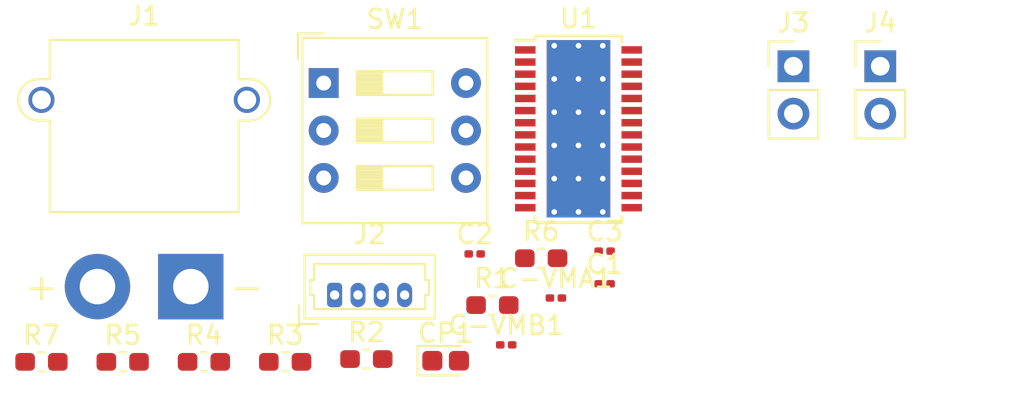
<source format=kicad_pcb>
(kicad_pcb (version 20171130) (host pcbnew "(5.1.5)-3")

  (general
    (thickness 1.6)
    (drawings 0)
    (tracks 0)
    (zones 0)
    (modules 19)
    (nets 24)
  )

  (page A4)
  (layers
    (0 F.Cu signal)
    (31 B.Cu signal)
    (32 B.Adhes user)
    (33 F.Adhes user)
    (34 B.Paste user)
    (35 F.Paste user)
    (36 B.SilkS user)
    (37 F.SilkS user)
    (38 B.Mask user)
    (39 F.Mask user)
    (40 Dwgs.User user)
    (41 Cmts.User user)
    (42 Eco1.User user)
    (43 Eco2.User user)
    (44 Edge.Cuts user)
    (45 Margin user)
    (46 B.CrtYd user)
    (47 F.CrtYd user)
    (48 B.Fab user)
    (49 F.Fab user)
  )

  (setup
    (last_trace_width 0.25)
    (trace_clearance 0.2)
    (zone_clearance 0.508)
    (zone_45_only no)
    (trace_min 0.2)
    (via_size 0.8)
    (via_drill 0.4)
    (via_min_size 0.4)
    (via_min_drill 0.3)
    (uvia_size 0.3)
    (uvia_drill 0.1)
    (uvias_allowed no)
    (uvia_min_size 0.2)
    (uvia_min_drill 0.1)
    (edge_width 0.05)
    (segment_width 0.2)
    (pcb_text_width 0.3)
    (pcb_text_size 1.5 1.5)
    (mod_edge_width 0.12)
    (mod_text_size 1 1)
    (mod_text_width 0.15)
    (pad_size 1.524 1.524)
    (pad_drill 0.762)
    (pad_to_mask_clearance 0.051)
    (solder_mask_min_width 0.25)
    (aux_axis_origin 0 0)
    (visible_elements FFFFFF7F)
    (pcbplotparams
      (layerselection 0x010fc_ffffffff)
      (usegerberextensions false)
      (usegerberattributes false)
      (usegerberadvancedattributes false)
      (creategerberjobfile false)
      (excludeedgelayer true)
      (linewidth 0.100000)
      (plotframeref false)
      (viasonmask false)
      (mode 1)
      (useauxorigin false)
      (hpglpennumber 1)
      (hpglpenspeed 20)
      (hpglpendiameter 15.000000)
      (psnegative false)
      (psa4output false)
      (plotreference true)
      (plotvalue true)
      (plotinvisibletext false)
      (padsonsilk false)
      (subtractmaskfromsilk false)
      (outputformat 1)
      (mirror false)
      (drillshape 1)
      (scaleselection 1)
      (outputdirectory ""))
  )

  (net 0 "")
  (net 1 "Net-(C1-Pad2)")
  (net 2 "Net-(C1-Pad1)")
  (net 3 "Net-(C2-Pad2)")
  (net 4 +12V)
  (net 5 /DRV8825-Digi-Key-Lib/V3P3OUT)
  (net 6 GND)
  (net 7 "Net-(J2-Pad4)")
  (net 8 "Net-(J2-Pad3)")
  (net 9 "Net-(J2-Pad2)")
  (net 10 "Net-(J2-Pad1)")
  (net 11 /DRV8825-Digi-Key-Lib/DIR)
  (net 12 /DRV8825-Digi-Key-Lib/STEP)
  (net 13 +5V)
  (net 14 "Net-(R2-Pad2)")
  (net 15 "Net-(R4-Pad1)")
  (net 16 "Net-(R5-Pad1)")
  (net 17 "Net-(R6-Pad1)")
  (net 18 "Net-(R7-Pad1)")
  (net 19 /DRV8825-Digi-Key-Lib/MS1)
  (net 20 /DRV8825-Digi-Key-Lib/MS2)
  (net 21 "Net-(U1-Pad23)")
  (net 22 "Net-(U1-Pad21)")
  (net 23 "Net-(U1-Pad19)")

  (net_class Default "This is the default net class."
    (clearance 0.2)
    (trace_width 0.25)
    (via_dia 0.8)
    (via_drill 0.4)
    (uvia_dia 0.3)
    (uvia_drill 0.1)
    (add_net +12V)
    (add_net +5V)
    (add_net /DRV8825-Digi-Key-Lib/DIR)
    (add_net /DRV8825-Digi-Key-Lib/MS1)
    (add_net /DRV8825-Digi-Key-Lib/MS2)
    (add_net /DRV8825-Digi-Key-Lib/STEP)
    (add_net /DRV8825-Digi-Key-Lib/V3P3OUT)
    (add_net GND)
    (add_net "Net-(C1-Pad1)")
    (add_net "Net-(C1-Pad2)")
    (add_net "Net-(C2-Pad2)")
    (add_net "Net-(J2-Pad1)")
    (add_net "Net-(J2-Pad2)")
    (add_net "Net-(J2-Pad3)")
    (add_net "Net-(J2-Pad4)")
    (add_net "Net-(R2-Pad2)")
    (add_net "Net-(R4-Pad1)")
    (add_net "Net-(R5-Pad1)")
    (add_net "Net-(R6-Pad1)")
    (add_net "Net-(R7-Pad1)")
    (add_net "Net-(U1-Pad19)")
    (add_net "Net-(U1-Pad21)")
    (add_net "Net-(U1-Pad23)")
  )

  (module Package_SO:HTSSOP-28-1EP_4.4x9.7mm_P0.65mm_EP3.4x9.5mm_ThermalVias (layer F.Cu) (tedit 5A671C1D) (tstamp 5E5E321F)
    (at 119.25 99.65)
    (descr "HTSSOP28: plastic thin shrink small outline package; 28 leads; body width 4.4 mm; thermal pad")
    (tags "TSSOP HTSSOP 0.65 thermal pad")
    (path /5E6AEE8B/5E5BDB2A)
    (attr smd)
    (fp_text reference U1 (at 0 -5.9) (layer F.SilkS)
      (effects (font (size 1 1) (thickness 0.15)))
    )
    (fp_text value DRV8825PWPR (at 0 5.9) (layer F.Fab)
      (effects (font (size 1 1) (thickness 0.15)))
    )
    (fp_text user %R (at 0 0) (layer F.Fab)
      (effects (font (size 0.8 0.8) (thickness 0.15)))
    )
    (fp_line (start -2.325 -4.75) (end -3.4 -4.75) (layer F.SilkS) (width 0.15))
    (fp_line (start -2.325 5.0258) (end 2.325 5.0258) (layer F.SilkS) (width 0.15))
    (fp_line (start -2.325 -4.975) (end 2.325 -4.975) (layer F.SilkS) (width 0.15))
    (fp_line (start -2.325 5.0258) (end -2.325 4.7008) (layer F.SilkS) (width 0.15))
    (fp_line (start 2.325 5.0258) (end 2.325 4.7008) (layer F.SilkS) (width 0.15))
    (fp_line (start 2.325 -4.975) (end 2.325 -4.65) (layer F.SilkS) (width 0.15))
    (fp_line (start -2.325 -4.975) (end -2.325 -4.75) (layer F.SilkS) (width 0.15))
    (fp_line (start -3.65 5.15) (end 3.65 5.15) (layer F.CrtYd) (width 0.05))
    (fp_line (start -3.65 -5.15) (end 3.65 -5.15) (layer F.CrtYd) (width 0.05))
    (fp_line (start 3.65 -5.15) (end 3.65 5.15) (layer F.CrtYd) (width 0.05))
    (fp_line (start -3.65 -5.15) (end -3.65 5.15) (layer F.CrtYd) (width 0.05))
    (fp_line (start -2.2 -3.85) (end -1.2 -4.85) (layer F.Fab) (width 0.15))
    (fp_line (start -2.2 4.85) (end -2.2 -3.85) (layer F.Fab) (width 0.15))
    (fp_line (start 2.2 4.9008) (end -2.2 4.9008) (layer F.Fab) (width 0.15))
    (fp_line (start 2.2 -4.85) (end 2.2 4.85) (layer F.Fab) (width 0.15))
    (fp_line (start -1.2 -4.85) (end 2.2 -4.85) (layer F.Fab) (width 0.15))
    (pad 29 smd rect (at 0 0) (size 3.4 9.5) (layers B.Cu)
      (net 6 GND))
    (pad "" smd rect (at -0.85 3.56) (size 1.4 1.4) (layers F.Paste))
    (pad "" smd rect (at 0.85 3.56) (size 1.4 1.4) (layers F.Paste))
    (pad "" smd rect (at -0.85 1.78) (size 1.4 1.4) (layers F.Paste))
    (pad "" smd rect (at 0.85 1.78) (size 1.4 1.4) (layers F.Paste))
    (pad "" smd rect (at -0.85 0) (size 1.4 1.4) (layers F.Paste))
    (pad "" smd rect (at 0.85 0) (size 1.4 1.4) (layers F.Paste))
    (pad "" smd rect (at -0.85 -1.78) (size 1.4 1.4) (layers F.Paste))
    (pad "" smd rect (at 0.85 -1.78) (size 1.4 1.4) (layers F.Paste))
    (pad "" smd rect (at 0.85 -3.56) (size 1.4 1.4) (layers F.Paste))
    (pad "" smd rect (at -0.85 -3.56) (size 1.4 1.4) (layers F.Paste))
    (pad 29 thru_hole circle (at -1.3 4.45) (size 0.6 0.6) (drill 0.3) (layers *.Cu)
      (net 6 GND))
    (pad 29 thru_hole circle (at 0 4.45) (size 0.6 0.6) (drill 0.3) (layers *.Cu)
      (net 6 GND))
    (pad 29 thru_hole circle (at 1.3 4.45) (size 0.6 0.6) (drill 0.3) (layers *.Cu)
      (net 6 GND))
    (pad 29 thru_hole circle (at -1.3 2.67) (size 0.6 0.6) (drill 0.3) (layers *.Cu)
      (net 6 GND))
    (pad 29 thru_hole circle (at 0 2.67) (size 0.6 0.6) (drill 0.3) (layers *.Cu)
      (net 6 GND))
    (pad 29 thru_hole circle (at 1.3 2.67) (size 0.6 0.6) (drill 0.3) (layers *.Cu)
      (net 6 GND))
    (pad 29 thru_hole circle (at -1.3 0.89) (size 0.6 0.6) (drill 0.3) (layers *.Cu)
      (net 6 GND))
    (pad 29 thru_hole circle (at 0 0.89) (size 0.6 0.6) (drill 0.3) (layers *.Cu)
      (net 6 GND))
    (pad 29 thru_hole circle (at 1.3 0.89) (size 0.6 0.6) (drill 0.3) (layers *.Cu)
      (net 6 GND))
    (pad 29 thru_hole circle (at -1.3 -0.89) (size 0.6 0.6) (drill 0.3) (layers *.Cu)
      (net 6 GND))
    (pad 29 thru_hole circle (at 0 -0.89) (size 0.6 0.6) (drill 0.3) (layers *.Cu)
      (net 6 GND))
    (pad 29 thru_hole circle (at 1.3 -0.89) (size 0.6 0.6) (drill 0.3) (layers *.Cu)
      (net 6 GND))
    (pad 29 thru_hole circle (at -1.3 -2.67) (size 0.6 0.6) (drill 0.3) (layers *.Cu)
      (net 6 GND))
    (pad 29 thru_hole circle (at 0 -2.67) (size 0.6 0.6) (drill 0.3) (layers *.Cu)
      (net 6 GND))
    (pad 29 thru_hole circle (at 1.3 -2.67) (size 0.6 0.6) (drill 0.3) (layers *.Cu)
      (net 6 GND))
    (pad 29 thru_hole circle (at 1.3 -4.45) (size 0.6 0.6) (drill 0.3) (layers *.Cu)
      (net 6 GND))
    (pad 29 thru_hole circle (at 0 -4.45) (size 0.6 0.6) (drill 0.3) (layers *.Cu)
      (net 6 GND))
    (pad 29 thru_hole circle (at -1.3 -4.45) (size 0.6 0.6) (drill 0.3) (layers *.Cu)
      (net 6 GND))
    (pad 29 smd rect (at 0 0) (size 3.4 9.5) (layers F.Cu F.Mask)
      (net 6 GND))
    (pad 28 smd rect (at 2.85 -4.225) (size 1.1 0.4) (layers F.Cu F.Paste F.Mask)
      (net 6 GND))
    (pad 27 smd rect (at 2.85 -3.575) (size 1.1 0.4) (layers F.Cu F.Paste F.Mask)
      (net 18 "Net-(R7-Pad1)"))
    (pad 26 smd rect (at 2.85 -2.925) (size 1.1 0.4) (layers F.Cu F.Paste F.Mask)
      (net 20 /DRV8825-Digi-Key-Lib/MS2))
    (pad 25 smd rect (at 2.85 -2.275) (size 1.1 0.4) (layers F.Cu F.Paste F.Mask)
      (net 20 /DRV8825-Digi-Key-Lib/MS2))
    (pad 24 smd rect (at 2.85 -1.625) (size 1.1 0.4) (layers F.Cu F.Paste F.Mask)
      (net 19 /DRV8825-Digi-Key-Lib/MS1))
    (pad 23 smd rect (at 2.85 -0.975) (size 1.1 0.4) (layers F.Cu F.Paste F.Mask)
      (net 21 "Net-(U1-Pad23)"))
    (pad 22 smd rect (at 2.85 -0.325) (size 1.1 0.4) (layers F.Cu F.Paste F.Mask)
      (net 12 /DRV8825-Digi-Key-Lib/STEP))
    (pad 21 smd rect (at 2.85 0.325) (size 1.1 0.4) (layers F.Cu F.Paste F.Mask)
      (net 22 "Net-(U1-Pad21)"))
    (pad 20 smd rect (at 2.85 0.975) (size 1.1 0.4) (layers F.Cu F.Paste F.Mask)
      (net 11 /DRV8825-Digi-Key-Lib/DIR))
    (pad 19 smd rect (at 2.85 1.625) (size 1.1 0.4) (layers F.Cu F.Paste F.Mask)
      (net 23 "Net-(U1-Pad19)"))
    (pad 18 smd rect (at 2.85 2.275) (size 1.1 0.4) (layers F.Cu F.Paste F.Mask)
      (net 17 "Net-(R6-Pad1)"))
    (pad 17 smd rect (at 2.85 2.925) (size 1.1 0.4) (layers F.Cu F.Paste F.Mask)
      (net 13 +5V))
    (pad 16 smd rect (at 2.85 3.575) (size 1.1 0.4) (layers F.Cu F.Paste F.Mask)
      (net 13 +5V))
    (pad 15 smd rect (at 2.85 4.225) (size 1.1 0.4) (layers F.Cu F.Paste F.Mask)
      (net 5 /DRV8825-Digi-Key-Lib/V3P3OUT))
    (pad 14 smd rect (at -2.85 4.225) (size 1.1 0.4) (layers F.Cu F.Paste F.Mask)
      (net 6 GND))
    (pad 13 smd rect (at -2.85 3.575) (size 1.1 0.4) (layers F.Cu F.Paste F.Mask)
      (net 14 "Net-(R2-Pad2)"))
    (pad 12 smd rect (at -2.85 2.925) (size 1.1 0.4) (layers F.Cu F.Paste F.Mask)
      (net 14 "Net-(R2-Pad2)"))
    (pad 11 smd rect (at -2.85 2.275) (size 1.1 0.4) (layers F.Cu F.Paste F.Mask)
      (net 4 +12V))
    (pad 10 smd rect (at -2.85 1.625) (size 1.1 0.4) (layers F.Cu F.Paste F.Mask)
      (net 9 "Net-(J2-Pad2)"))
    (pad 9 smd rect (at -2.85 0.975) (size 1.1 0.4) (layers F.Cu F.Paste F.Mask)
      (net 16 "Net-(R5-Pad1)"))
    (pad 8 smd rect (at -2.85 0.325) (size 1.1 0.4) (layers F.Cu F.Paste F.Mask)
      (net 10 "Net-(J2-Pad1)"))
    (pad 7 smd rect (at -2.85 -0.325) (size 1.1 0.4) (layers F.Cu F.Paste F.Mask)
      (net 8 "Net-(J2-Pad3)"))
    (pad 6 smd rect (at -2.85 -0.975) (size 1.1 0.4) (layers F.Cu F.Paste F.Mask)
      (net 15 "Net-(R4-Pad1)"))
    (pad 5 smd rect (at -2.85 -1.625) (size 1.1 0.4) (layers F.Cu F.Paste F.Mask)
      (net 7 "Net-(J2-Pad4)"))
    (pad 4 smd rect (at -2.85 -2.275) (size 1.1 0.4) (layers F.Cu F.Paste F.Mask)
      (net 4 +12V))
    (pad 3 smd rect (at -2.85 -2.925) (size 1.1 0.4) (layers F.Cu F.Paste F.Mask)
      (net 3 "Net-(C2-Pad2)"))
    (pad 2 smd rect (at -2.85 -3.575) (size 1.1 0.4) (layers F.Cu F.Paste F.Mask)
      (net 1 "Net-(C1-Pad2)"))
    (pad 1 smd rect (at -2.85 -4.225) (size 1.1 0.4) (layers F.Cu F.Paste F.Mask)
      (net 2 "Net-(C1-Pad1)"))
    (model ${KISYS3DMOD}/Package_SO.3dshapes/HTSSOP-28-1EP_4.4x9.7mm_P0.65mm_EP3.4x9.5mm.wrl
      (at (xyz 0 0 0))
      (scale (xyz 1 1 1))
      (rotate (xyz 0 0 0))
    )
  )

  (module Button_Switch_THT:SW_DIP_SPSTx03_Slide_9.78x9.8mm_W7.62mm_P2.54mm (layer F.Cu) (tedit 5A4E1404) (tstamp 5E5E31D0)
    (at 105.605 97.2)
    (descr "3x-dip-switch SPST , Slide, row spacing 7.62 mm (300 mils), body size 9.78x9.8mm (see e.g. https://www.ctscorp.com/wp-content/uploads/206-208.pdf)")
    (tags "DIP Switch SPST Slide 7.62mm 300mil")
    (path /5E6AEE8B/5E631C4F)
    (fp_text reference SW1 (at 3.81 -3.42) (layer F.SilkS)
      (effects (font (size 1 1) (thickness 0.15)))
    )
    (fp_text value SW_DIP_x03 (at 3.81 8.5) (layer F.Fab)
      (effects (font (size 1 1) (thickness 0.15)))
    )
    (fp_text user on (at 5.365 -1.4975) (layer F.Fab)
      (effects (font (size 0.8 0.8) (thickness 0.12)))
    )
    (fp_text user %R (at 7.27 2.54 90) (layer F.Fab)
      (effects (font (size 0.8 0.8) (thickness 0.12)))
    )
    (fp_line (start 8.95 -2.7) (end -1.35 -2.7) (layer F.CrtYd) (width 0.05))
    (fp_line (start 8.95 7.75) (end 8.95 -2.7) (layer F.CrtYd) (width 0.05))
    (fp_line (start -1.35 7.75) (end 8.95 7.75) (layer F.CrtYd) (width 0.05))
    (fp_line (start -1.35 -2.7) (end -1.35 7.75) (layer F.CrtYd) (width 0.05))
    (fp_line (start 3.133333 4.445) (end 3.133333 5.715) (layer F.SilkS) (width 0.12))
    (fp_line (start 1.78 5.645) (end 3.133333 5.645) (layer F.SilkS) (width 0.12))
    (fp_line (start 1.78 5.525) (end 3.133333 5.525) (layer F.SilkS) (width 0.12))
    (fp_line (start 1.78 5.405) (end 3.133333 5.405) (layer F.SilkS) (width 0.12))
    (fp_line (start 1.78 5.285) (end 3.133333 5.285) (layer F.SilkS) (width 0.12))
    (fp_line (start 1.78 5.165) (end 3.133333 5.165) (layer F.SilkS) (width 0.12))
    (fp_line (start 1.78 5.045) (end 3.133333 5.045) (layer F.SilkS) (width 0.12))
    (fp_line (start 1.78 4.925) (end 3.133333 4.925) (layer F.SilkS) (width 0.12))
    (fp_line (start 1.78 4.805) (end 3.133333 4.805) (layer F.SilkS) (width 0.12))
    (fp_line (start 1.78 4.685) (end 3.133333 4.685) (layer F.SilkS) (width 0.12))
    (fp_line (start 1.78 4.565) (end 3.133333 4.565) (layer F.SilkS) (width 0.12))
    (fp_line (start 5.84 4.445) (end 1.78 4.445) (layer F.SilkS) (width 0.12))
    (fp_line (start 5.84 5.715) (end 5.84 4.445) (layer F.SilkS) (width 0.12))
    (fp_line (start 1.78 5.715) (end 5.84 5.715) (layer F.SilkS) (width 0.12))
    (fp_line (start 1.78 4.445) (end 1.78 5.715) (layer F.SilkS) (width 0.12))
    (fp_line (start 3.133333 1.905) (end 3.133333 3.175) (layer F.SilkS) (width 0.12))
    (fp_line (start 1.78 3.105) (end 3.133333 3.105) (layer F.SilkS) (width 0.12))
    (fp_line (start 1.78 2.985) (end 3.133333 2.985) (layer F.SilkS) (width 0.12))
    (fp_line (start 1.78 2.865) (end 3.133333 2.865) (layer F.SilkS) (width 0.12))
    (fp_line (start 1.78 2.745) (end 3.133333 2.745) (layer F.SilkS) (width 0.12))
    (fp_line (start 1.78 2.625) (end 3.133333 2.625) (layer F.SilkS) (width 0.12))
    (fp_line (start 1.78 2.505) (end 3.133333 2.505) (layer F.SilkS) (width 0.12))
    (fp_line (start 1.78 2.385) (end 3.133333 2.385) (layer F.SilkS) (width 0.12))
    (fp_line (start 1.78 2.265) (end 3.133333 2.265) (layer F.SilkS) (width 0.12))
    (fp_line (start 1.78 2.145) (end 3.133333 2.145) (layer F.SilkS) (width 0.12))
    (fp_line (start 1.78 2.025) (end 3.133333 2.025) (layer F.SilkS) (width 0.12))
    (fp_line (start 5.84 1.905) (end 1.78 1.905) (layer F.SilkS) (width 0.12))
    (fp_line (start 5.84 3.175) (end 5.84 1.905) (layer F.SilkS) (width 0.12))
    (fp_line (start 1.78 3.175) (end 5.84 3.175) (layer F.SilkS) (width 0.12))
    (fp_line (start 1.78 1.905) (end 1.78 3.175) (layer F.SilkS) (width 0.12))
    (fp_line (start 3.133333 -0.635) (end 3.133333 0.635) (layer F.SilkS) (width 0.12))
    (fp_line (start 1.78 0.565) (end 3.133333 0.565) (layer F.SilkS) (width 0.12))
    (fp_line (start 1.78 0.445) (end 3.133333 0.445) (layer F.SilkS) (width 0.12))
    (fp_line (start 1.78 0.325) (end 3.133333 0.325) (layer F.SilkS) (width 0.12))
    (fp_line (start 1.78 0.205) (end 3.133333 0.205) (layer F.SilkS) (width 0.12))
    (fp_line (start 1.78 0.085) (end 3.133333 0.085) (layer F.SilkS) (width 0.12))
    (fp_line (start 1.78 -0.035) (end 3.133333 -0.035) (layer F.SilkS) (width 0.12))
    (fp_line (start 1.78 -0.155) (end 3.133333 -0.155) (layer F.SilkS) (width 0.12))
    (fp_line (start 1.78 -0.275) (end 3.133333 -0.275) (layer F.SilkS) (width 0.12))
    (fp_line (start 1.78 -0.395) (end 3.133333 -0.395) (layer F.SilkS) (width 0.12))
    (fp_line (start 1.78 -0.515) (end 3.133333 -0.515) (layer F.SilkS) (width 0.12))
    (fp_line (start 5.84 -0.635) (end 1.78 -0.635) (layer F.SilkS) (width 0.12))
    (fp_line (start 5.84 0.635) (end 5.84 -0.635) (layer F.SilkS) (width 0.12))
    (fp_line (start 1.78 0.635) (end 5.84 0.635) (layer F.SilkS) (width 0.12))
    (fp_line (start 1.78 -0.635) (end 1.78 0.635) (layer F.SilkS) (width 0.12))
    (fp_line (start -1.38 -2.66) (end -1.38 -1.277) (layer F.SilkS) (width 0.12))
    (fp_line (start -1.38 -2.66) (end 0.004 -2.66) (layer F.SilkS) (width 0.12))
    (fp_line (start 8.76 -2.42) (end 8.76 7.5) (layer F.SilkS) (width 0.12))
    (fp_line (start -1.14 -2.42) (end -1.14 7.5) (layer F.SilkS) (width 0.12))
    (fp_line (start -1.14 7.5) (end 8.76 7.5) (layer F.SilkS) (width 0.12))
    (fp_line (start -1.14 -2.42) (end 8.76 -2.42) (layer F.SilkS) (width 0.12))
    (fp_line (start 3.133333 4.445) (end 3.133333 5.715) (layer F.Fab) (width 0.1))
    (fp_line (start 1.78 5.645) (end 3.133333 5.645) (layer F.Fab) (width 0.1))
    (fp_line (start 1.78 5.545) (end 3.133333 5.545) (layer F.Fab) (width 0.1))
    (fp_line (start 1.78 5.445) (end 3.133333 5.445) (layer F.Fab) (width 0.1))
    (fp_line (start 1.78 5.345) (end 3.133333 5.345) (layer F.Fab) (width 0.1))
    (fp_line (start 1.78 5.245) (end 3.133333 5.245) (layer F.Fab) (width 0.1))
    (fp_line (start 1.78 5.145) (end 3.133333 5.145) (layer F.Fab) (width 0.1))
    (fp_line (start 1.78 5.045) (end 3.133333 5.045) (layer F.Fab) (width 0.1))
    (fp_line (start 1.78 4.945) (end 3.133333 4.945) (layer F.Fab) (width 0.1))
    (fp_line (start 1.78 4.845) (end 3.133333 4.845) (layer F.Fab) (width 0.1))
    (fp_line (start 1.78 4.745) (end 3.133333 4.745) (layer F.Fab) (width 0.1))
    (fp_line (start 1.78 4.645) (end 3.133333 4.645) (layer F.Fab) (width 0.1))
    (fp_line (start 1.78 4.545) (end 3.133333 4.545) (layer F.Fab) (width 0.1))
    (fp_line (start 5.84 4.445) (end 1.78 4.445) (layer F.Fab) (width 0.1))
    (fp_line (start 5.84 5.715) (end 5.84 4.445) (layer F.Fab) (width 0.1))
    (fp_line (start 1.78 5.715) (end 5.84 5.715) (layer F.Fab) (width 0.1))
    (fp_line (start 1.78 4.445) (end 1.78 5.715) (layer F.Fab) (width 0.1))
    (fp_line (start 3.133333 1.905) (end 3.133333 3.175) (layer F.Fab) (width 0.1))
    (fp_line (start 1.78 3.105) (end 3.133333 3.105) (layer F.Fab) (width 0.1))
    (fp_line (start 1.78 3.005) (end 3.133333 3.005) (layer F.Fab) (width 0.1))
    (fp_line (start 1.78 2.905) (end 3.133333 2.905) (layer F.Fab) (width 0.1))
    (fp_line (start 1.78 2.805) (end 3.133333 2.805) (layer F.Fab) (width 0.1))
    (fp_line (start 1.78 2.705) (end 3.133333 2.705) (layer F.Fab) (width 0.1))
    (fp_line (start 1.78 2.605) (end 3.133333 2.605) (layer F.Fab) (width 0.1))
    (fp_line (start 1.78 2.505) (end 3.133333 2.505) (layer F.Fab) (width 0.1))
    (fp_line (start 1.78 2.405) (end 3.133333 2.405) (layer F.Fab) (width 0.1))
    (fp_line (start 1.78 2.305) (end 3.133333 2.305) (layer F.Fab) (width 0.1))
    (fp_line (start 1.78 2.205) (end 3.133333 2.205) (layer F.Fab) (width 0.1))
    (fp_line (start 1.78 2.105) (end 3.133333 2.105) (layer F.Fab) (width 0.1))
    (fp_line (start 1.78 2.005) (end 3.133333 2.005) (layer F.Fab) (width 0.1))
    (fp_line (start 5.84 1.905) (end 1.78 1.905) (layer F.Fab) (width 0.1))
    (fp_line (start 5.84 3.175) (end 5.84 1.905) (layer F.Fab) (width 0.1))
    (fp_line (start 1.78 3.175) (end 5.84 3.175) (layer F.Fab) (width 0.1))
    (fp_line (start 1.78 1.905) (end 1.78 3.175) (layer F.Fab) (width 0.1))
    (fp_line (start 3.133333 -0.635) (end 3.133333 0.635) (layer F.Fab) (width 0.1))
    (fp_line (start 1.78 0.565) (end 3.133333 0.565) (layer F.Fab) (width 0.1))
    (fp_line (start 1.78 0.465) (end 3.133333 0.465) (layer F.Fab) (width 0.1))
    (fp_line (start 1.78 0.365) (end 3.133333 0.365) (layer F.Fab) (width 0.1))
    (fp_line (start 1.78 0.265) (end 3.133333 0.265) (layer F.Fab) (width 0.1))
    (fp_line (start 1.78 0.165) (end 3.133333 0.165) (layer F.Fab) (width 0.1))
    (fp_line (start 1.78 0.065) (end 3.133333 0.065) (layer F.Fab) (width 0.1))
    (fp_line (start 1.78 -0.035) (end 3.133333 -0.035) (layer F.Fab) (width 0.1))
    (fp_line (start 1.78 -0.135) (end 3.133333 -0.135) (layer F.Fab) (width 0.1))
    (fp_line (start 1.78 -0.235) (end 3.133333 -0.235) (layer F.Fab) (width 0.1))
    (fp_line (start 1.78 -0.335) (end 3.133333 -0.335) (layer F.Fab) (width 0.1))
    (fp_line (start 1.78 -0.435) (end 3.133333 -0.435) (layer F.Fab) (width 0.1))
    (fp_line (start 1.78 -0.535) (end 3.133333 -0.535) (layer F.Fab) (width 0.1))
    (fp_line (start 5.84 -0.635) (end 1.78 -0.635) (layer F.Fab) (width 0.1))
    (fp_line (start 5.84 0.635) (end 5.84 -0.635) (layer F.Fab) (width 0.1))
    (fp_line (start 1.78 0.635) (end 5.84 0.635) (layer F.Fab) (width 0.1))
    (fp_line (start 1.78 -0.635) (end 1.78 0.635) (layer F.Fab) (width 0.1))
    (fp_line (start -1.08 -1.36) (end -0.08 -2.36) (layer F.Fab) (width 0.1))
    (fp_line (start -1.08 7.44) (end -1.08 -1.36) (layer F.Fab) (width 0.1))
    (fp_line (start 8.7 7.44) (end -1.08 7.44) (layer F.Fab) (width 0.1))
    (fp_line (start 8.7 -2.36) (end 8.7 7.44) (layer F.Fab) (width 0.1))
    (fp_line (start -0.08 -2.36) (end 8.7 -2.36) (layer F.Fab) (width 0.1))
    (pad 6 thru_hole oval (at 7.62 0) (size 1.6 1.6) (drill 0.8) (layers *.Cu *.Mask)
      (net 19 /DRV8825-Digi-Key-Lib/MS1))
    (pad 3 thru_hole oval (at 0 5.08) (size 1.6 1.6) (drill 0.8) (layers *.Cu *.Mask)
      (net 13 +5V))
    (pad 5 thru_hole oval (at 7.62 2.54) (size 1.6 1.6) (drill 0.8) (layers *.Cu *.Mask)
      (net 20 /DRV8825-Digi-Key-Lib/MS2))
    (pad 2 thru_hole oval (at 0 2.54) (size 1.6 1.6) (drill 0.8) (layers *.Cu *.Mask)
      (net 13 +5V))
    (pad 4 thru_hole oval (at 7.62 5.08) (size 1.6 1.6) (drill 0.8) (layers *.Cu *.Mask)
      (net 20 /DRV8825-Digi-Key-Lib/MS2))
    (pad 1 thru_hole rect (at 0 0) (size 1.6 1.6) (drill 0.8) (layers *.Cu *.Mask)
      (net 13 +5V))
    (model ${KISYS3DMOD}/Button_Switch_THT.3dshapes/SW_DIP_SPSTx03_Slide_9.78x9.8mm_W7.62mm_P2.54mm.wrl
      (at (xyz 0 0 0))
      (scale (xyz 1 1 1))
      (rotate (xyz 0 0 90))
    )
  )

  (module Resistor_SMD:R_0603_1608Metric_Pad1.05x0.95mm_HandSolder (layer F.Cu) (tedit 5B301BBD) (tstamp 5E5E3155)
    (at 90.49 112.13)
    (descr "Resistor SMD 0603 (1608 Metric), square (rectangular) end terminal, IPC_7351 nominal with elongated pad for handsoldering. (Body size source: http://www.tortai-tech.com/upload/download/2011102023233369053.pdf), generated with kicad-footprint-generator")
    (tags "resistor handsolder")
    (path /5E6AEE8B/5E5F31A6)
    (attr smd)
    (fp_text reference R7 (at 0 -1.43) (layer F.SilkS)
      (effects (font (size 1 1) (thickness 0.15)))
    )
    (fp_text value 10K (at 0 1.43) (layer F.Fab)
      (effects (font (size 1 1) (thickness 0.15)))
    )
    (fp_text user %R (at 0 0) (layer F.Fab)
      (effects (font (size 0.4 0.4) (thickness 0.06)))
    )
    (fp_line (start 1.65 0.73) (end -1.65 0.73) (layer F.CrtYd) (width 0.05))
    (fp_line (start 1.65 -0.73) (end 1.65 0.73) (layer F.CrtYd) (width 0.05))
    (fp_line (start -1.65 -0.73) (end 1.65 -0.73) (layer F.CrtYd) (width 0.05))
    (fp_line (start -1.65 0.73) (end -1.65 -0.73) (layer F.CrtYd) (width 0.05))
    (fp_line (start -0.171267 0.51) (end 0.171267 0.51) (layer F.SilkS) (width 0.12))
    (fp_line (start -0.171267 -0.51) (end 0.171267 -0.51) (layer F.SilkS) (width 0.12))
    (fp_line (start 0.8 0.4) (end -0.8 0.4) (layer F.Fab) (width 0.1))
    (fp_line (start 0.8 -0.4) (end 0.8 0.4) (layer F.Fab) (width 0.1))
    (fp_line (start -0.8 -0.4) (end 0.8 -0.4) (layer F.Fab) (width 0.1))
    (fp_line (start -0.8 0.4) (end -0.8 -0.4) (layer F.Fab) (width 0.1))
    (pad 2 smd roundrect (at 0.875 0) (size 1.05 0.95) (layers F.Cu F.Paste F.Mask) (roundrect_rratio 0.25)
      (net 5 /DRV8825-Digi-Key-Lib/V3P3OUT))
    (pad 1 smd roundrect (at -0.875 0) (size 1.05 0.95) (layers F.Cu F.Paste F.Mask) (roundrect_rratio 0.25)
      (net 18 "Net-(R7-Pad1)"))
    (model ${KISYS3DMOD}/Resistor_SMD.3dshapes/R_0603_1608Metric.wrl
      (at (xyz 0 0 0))
      (scale (xyz 1 1 1))
      (rotate (xyz 0 0 0))
    )
  )

  (module Resistor_SMD:R_0603_1608Metric_Pad1.05x0.95mm_HandSolder (layer F.Cu) (tedit 5B301BBD) (tstamp 5E5E3144)
    (at 117.25 106.58)
    (descr "Resistor SMD 0603 (1608 Metric), square (rectangular) end terminal, IPC_7351 nominal with elongated pad for handsoldering. (Body size source: http://www.tortai-tech.com/upload/download/2011102023233369053.pdf), generated with kicad-footprint-generator")
    (tags "resistor handsolder")
    (path /5E6AEE8B/5E5EE5E6)
    (attr smd)
    (fp_text reference R6 (at 0 -1.43) (layer F.SilkS)
      (effects (font (size 1 1) (thickness 0.15)))
    )
    (fp_text value 10K (at 0 1.43) (layer F.Fab)
      (effects (font (size 1 1) (thickness 0.15)))
    )
    (fp_text user %R (at 0 0) (layer F.Fab)
      (effects (font (size 0.4 0.4) (thickness 0.06)))
    )
    (fp_line (start 1.65 0.73) (end -1.65 0.73) (layer F.CrtYd) (width 0.05))
    (fp_line (start 1.65 -0.73) (end 1.65 0.73) (layer F.CrtYd) (width 0.05))
    (fp_line (start -1.65 -0.73) (end 1.65 -0.73) (layer F.CrtYd) (width 0.05))
    (fp_line (start -1.65 0.73) (end -1.65 -0.73) (layer F.CrtYd) (width 0.05))
    (fp_line (start -0.171267 0.51) (end 0.171267 0.51) (layer F.SilkS) (width 0.12))
    (fp_line (start -0.171267 -0.51) (end 0.171267 -0.51) (layer F.SilkS) (width 0.12))
    (fp_line (start 0.8 0.4) (end -0.8 0.4) (layer F.Fab) (width 0.1))
    (fp_line (start 0.8 -0.4) (end 0.8 0.4) (layer F.Fab) (width 0.1))
    (fp_line (start -0.8 -0.4) (end 0.8 -0.4) (layer F.Fab) (width 0.1))
    (fp_line (start -0.8 0.4) (end -0.8 -0.4) (layer F.Fab) (width 0.1))
    (pad 2 smd roundrect (at 0.875 0) (size 1.05 0.95) (layers F.Cu F.Paste F.Mask) (roundrect_rratio 0.25)
      (net 5 /DRV8825-Digi-Key-Lib/V3P3OUT))
    (pad 1 smd roundrect (at -0.875 0) (size 1.05 0.95) (layers F.Cu F.Paste F.Mask) (roundrect_rratio 0.25)
      (net 17 "Net-(R6-Pad1)"))
    (model ${KISYS3DMOD}/Resistor_SMD.3dshapes/R_0603_1608Metric.wrl
      (at (xyz 0 0 0))
      (scale (xyz 1 1 1))
      (rotate (xyz 0 0 0))
    )
  )

  (module Resistor_SMD:R_0603_1608Metric_Pad1.05x0.95mm_HandSolder (layer F.Cu) (tedit 5B301BBD) (tstamp 5E5E3133)
    (at 94.84 112.13)
    (descr "Resistor SMD 0603 (1608 Metric), square (rectangular) end terminal, IPC_7351 nominal with elongated pad for handsoldering. (Body size source: http://www.tortai-tech.com/upload/download/2011102023233369053.pdf), generated with kicad-footprint-generator")
    (tags "resistor handsolder")
    (path /5E6AEE8B/5E5EA247)
    (attr smd)
    (fp_text reference R5 (at 0 -1.43) (layer F.SilkS)
      (effects (font (size 1 1) (thickness 0.15)))
    )
    (fp_text value 200m (at 0 1.43) (layer F.Fab)
      (effects (font (size 1 1) (thickness 0.15)))
    )
    (fp_text user %R (at 0 0) (layer F.Fab)
      (effects (font (size 0.4 0.4) (thickness 0.06)))
    )
    (fp_line (start 1.65 0.73) (end -1.65 0.73) (layer F.CrtYd) (width 0.05))
    (fp_line (start 1.65 -0.73) (end 1.65 0.73) (layer F.CrtYd) (width 0.05))
    (fp_line (start -1.65 -0.73) (end 1.65 -0.73) (layer F.CrtYd) (width 0.05))
    (fp_line (start -1.65 0.73) (end -1.65 -0.73) (layer F.CrtYd) (width 0.05))
    (fp_line (start -0.171267 0.51) (end 0.171267 0.51) (layer F.SilkS) (width 0.12))
    (fp_line (start -0.171267 -0.51) (end 0.171267 -0.51) (layer F.SilkS) (width 0.12))
    (fp_line (start 0.8 0.4) (end -0.8 0.4) (layer F.Fab) (width 0.1))
    (fp_line (start 0.8 -0.4) (end 0.8 0.4) (layer F.Fab) (width 0.1))
    (fp_line (start -0.8 -0.4) (end 0.8 -0.4) (layer F.Fab) (width 0.1))
    (fp_line (start -0.8 0.4) (end -0.8 -0.4) (layer F.Fab) (width 0.1))
    (pad 2 smd roundrect (at 0.875 0) (size 1.05 0.95) (layers F.Cu F.Paste F.Mask) (roundrect_rratio 0.25)
      (net 6 GND))
    (pad 1 smd roundrect (at -0.875 0) (size 1.05 0.95) (layers F.Cu F.Paste F.Mask) (roundrect_rratio 0.25)
      (net 16 "Net-(R5-Pad1)"))
    (model ${KISYS3DMOD}/Resistor_SMD.3dshapes/R_0603_1608Metric.wrl
      (at (xyz 0 0 0))
      (scale (xyz 1 1 1))
      (rotate (xyz 0 0 0))
    )
  )

  (module Resistor_SMD:R_0603_1608Metric_Pad1.05x0.95mm_HandSolder (layer F.Cu) (tedit 5B301BBD) (tstamp 5E5E3122)
    (at 99.19 112.13)
    (descr "Resistor SMD 0603 (1608 Metric), square (rectangular) end terminal, IPC_7351 nominal with elongated pad for handsoldering. (Body size source: http://www.tortai-tech.com/upload/download/2011102023233369053.pdf), generated with kicad-footprint-generator")
    (tags "resistor handsolder")
    (path /5E6AEE8B/5E5E8AA0)
    (attr smd)
    (fp_text reference R4 (at 0 -1.43) (layer F.SilkS)
      (effects (font (size 1 1) (thickness 0.15)))
    )
    (fp_text value 200m (at 0 1.43) (layer F.Fab)
      (effects (font (size 1 1) (thickness 0.15)))
    )
    (fp_text user %R (at 0 0) (layer F.Fab)
      (effects (font (size 0.4 0.4) (thickness 0.06)))
    )
    (fp_line (start 1.65 0.73) (end -1.65 0.73) (layer F.CrtYd) (width 0.05))
    (fp_line (start 1.65 -0.73) (end 1.65 0.73) (layer F.CrtYd) (width 0.05))
    (fp_line (start -1.65 -0.73) (end 1.65 -0.73) (layer F.CrtYd) (width 0.05))
    (fp_line (start -1.65 0.73) (end -1.65 -0.73) (layer F.CrtYd) (width 0.05))
    (fp_line (start -0.171267 0.51) (end 0.171267 0.51) (layer F.SilkS) (width 0.12))
    (fp_line (start -0.171267 -0.51) (end 0.171267 -0.51) (layer F.SilkS) (width 0.12))
    (fp_line (start 0.8 0.4) (end -0.8 0.4) (layer F.Fab) (width 0.1))
    (fp_line (start 0.8 -0.4) (end 0.8 0.4) (layer F.Fab) (width 0.1))
    (fp_line (start -0.8 -0.4) (end 0.8 -0.4) (layer F.Fab) (width 0.1))
    (fp_line (start -0.8 0.4) (end -0.8 -0.4) (layer F.Fab) (width 0.1))
    (pad 2 smd roundrect (at 0.875 0) (size 1.05 0.95) (layers F.Cu F.Paste F.Mask) (roundrect_rratio 0.25)
      (net 6 GND))
    (pad 1 smd roundrect (at -0.875 0) (size 1.05 0.95) (layers F.Cu F.Paste F.Mask) (roundrect_rratio 0.25)
      (net 15 "Net-(R4-Pad1)"))
    (model ${KISYS3DMOD}/Resistor_SMD.3dshapes/R_0603_1608Metric.wrl
      (at (xyz 0 0 0))
      (scale (xyz 1 1 1))
      (rotate (xyz 0 0 0))
    )
  )

  (module Resistor_SMD:R_0603_1608Metric_Pad1.05x0.95mm_HandSolder (layer F.Cu) (tedit 5B301BBD) (tstamp 5E5E3111)
    (at 103.54 112.13)
    (descr "Resistor SMD 0603 (1608 Metric), square (rectangular) end terminal, IPC_7351 nominal with elongated pad for handsoldering. (Body size source: http://www.tortai-tech.com/upload/download/2011102023233369053.pdf), generated with kicad-footprint-generator")
    (tags "resistor handsolder")
    (path /5E6AEE8B/5E5FD16F)
    (attr smd)
    (fp_text reference R3 (at 0 -1.43) (layer F.SilkS)
      (effects (font (size 1 1) (thickness 0.15)))
    )
    (fp_text value 30K (at 0 1.43) (layer F.Fab)
      (effects (font (size 1 1) (thickness 0.15)))
    )
    (fp_text user %R (at 0 0) (layer F.Fab)
      (effects (font (size 0.4 0.4) (thickness 0.06)))
    )
    (fp_line (start 1.65 0.73) (end -1.65 0.73) (layer F.CrtYd) (width 0.05))
    (fp_line (start 1.65 -0.73) (end 1.65 0.73) (layer F.CrtYd) (width 0.05))
    (fp_line (start -1.65 -0.73) (end 1.65 -0.73) (layer F.CrtYd) (width 0.05))
    (fp_line (start -1.65 0.73) (end -1.65 -0.73) (layer F.CrtYd) (width 0.05))
    (fp_line (start -0.171267 0.51) (end 0.171267 0.51) (layer F.SilkS) (width 0.12))
    (fp_line (start -0.171267 -0.51) (end 0.171267 -0.51) (layer F.SilkS) (width 0.12))
    (fp_line (start 0.8 0.4) (end -0.8 0.4) (layer F.Fab) (width 0.1))
    (fp_line (start 0.8 -0.4) (end 0.8 0.4) (layer F.Fab) (width 0.1))
    (fp_line (start -0.8 -0.4) (end 0.8 -0.4) (layer F.Fab) (width 0.1))
    (fp_line (start -0.8 0.4) (end -0.8 -0.4) (layer F.Fab) (width 0.1))
    (pad 2 smd roundrect (at 0.875 0) (size 1.05 0.95) (layers F.Cu F.Paste F.Mask) (roundrect_rratio 0.25)
      (net 6 GND))
    (pad 1 smd roundrect (at -0.875 0) (size 1.05 0.95) (layers F.Cu F.Paste F.Mask) (roundrect_rratio 0.25)
      (net 14 "Net-(R2-Pad2)"))
    (model ${KISYS3DMOD}/Resistor_SMD.3dshapes/R_0603_1608Metric.wrl
      (at (xyz 0 0 0))
      (scale (xyz 1 1 1))
      (rotate (xyz 0 0 0))
    )
  )

  (module Resistor_SMD:R_0603_1608Metric_Pad1.05x0.95mm_HandSolder (layer F.Cu) (tedit 5B301BBD) (tstamp 5E5E3100)
    (at 107.89 111.98)
    (descr "Resistor SMD 0603 (1608 Metric), square (rectangular) end terminal, IPC_7351 nominal with elongated pad for handsoldering. (Body size source: http://www.tortai-tech.com/upload/download/2011102023233369053.pdf), generated with kicad-footprint-generator")
    (tags "resistor handsolder")
    (path /5E6AEE8B/5E5FA975)
    (attr smd)
    (fp_text reference R2 (at 0 -1.43) (layer F.SilkS)
      (effects (font (size 1 1) (thickness 0.15)))
    )
    (fp_text value 50K (at 0 1.43) (layer F.Fab)
      (effects (font (size 1 1) (thickness 0.15)))
    )
    (fp_text user %R (at 0 0) (layer F.Fab)
      (effects (font (size 0.4 0.4) (thickness 0.06)))
    )
    (fp_line (start 1.65 0.73) (end -1.65 0.73) (layer F.CrtYd) (width 0.05))
    (fp_line (start 1.65 -0.73) (end 1.65 0.73) (layer F.CrtYd) (width 0.05))
    (fp_line (start -1.65 -0.73) (end 1.65 -0.73) (layer F.CrtYd) (width 0.05))
    (fp_line (start -1.65 0.73) (end -1.65 -0.73) (layer F.CrtYd) (width 0.05))
    (fp_line (start -0.171267 0.51) (end 0.171267 0.51) (layer F.SilkS) (width 0.12))
    (fp_line (start -0.171267 -0.51) (end 0.171267 -0.51) (layer F.SilkS) (width 0.12))
    (fp_line (start 0.8 0.4) (end -0.8 0.4) (layer F.Fab) (width 0.1))
    (fp_line (start 0.8 -0.4) (end 0.8 0.4) (layer F.Fab) (width 0.1))
    (fp_line (start -0.8 -0.4) (end 0.8 -0.4) (layer F.Fab) (width 0.1))
    (fp_line (start -0.8 0.4) (end -0.8 -0.4) (layer F.Fab) (width 0.1))
    (pad 2 smd roundrect (at 0.875 0) (size 1.05 0.95) (layers F.Cu F.Paste F.Mask) (roundrect_rratio 0.25)
      (net 14 "Net-(R2-Pad2)"))
    (pad 1 smd roundrect (at -0.875 0) (size 1.05 0.95) (layers F.Cu F.Paste F.Mask) (roundrect_rratio 0.25)
      (net 5 /DRV8825-Digi-Key-Lib/V3P3OUT))
    (model ${KISYS3DMOD}/Resistor_SMD.3dshapes/R_0603_1608Metric.wrl
      (at (xyz 0 0 0))
      (scale (xyz 1 1 1))
      (rotate (xyz 0 0 0))
    )
  )

  (module Resistor_SMD:R_0603_1608Metric_Pad1.05x0.95mm_HandSolder (layer F.Cu) (tedit 5B301BBD) (tstamp 5E5E30EF)
    (at 114.64 109.09)
    (descr "Resistor SMD 0603 (1608 Metric), square (rectangular) end terminal, IPC_7351 nominal with elongated pad for handsoldering. (Body size source: http://www.tortai-tech.com/upload/download/2011102023233369053.pdf), generated with kicad-footprint-generator")
    (tags "resistor handsolder")
    (path /5E6AEE8B/5E5CB7B2)
    (attr smd)
    (fp_text reference R1 (at 0 -1.43) (layer F.SilkS)
      (effects (font (size 1 1) (thickness 0.15)))
    )
    (fp_text value 1M (at 0 1.43) (layer F.Fab)
      (effects (font (size 1 1) (thickness 0.15)))
    )
    (fp_text user %R (at 0 0) (layer F.Fab)
      (effects (font (size 0.4 0.4) (thickness 0.06)))
    )
    (fp_line (start 1.65 0.73) (end -1.65 0.73) (layer F.CrtYd) (width 0.05))
    (fp_line (start 1.65 -0.73) (end 1.65 0.73) (layer F.CrtYd) (width 0.05))
    (fp_line (start -1.65 -0.73) (end 1.65 -0.73) (layer F.CrtYd) (width 0.05))
    (fp_line (start -1.65 0.73) (end -1.65 -0.73) (layer F.CrtYd) (width 0.05))
    (fp_line (start -0.171267 0.51) (end 0.171267 0.51) (layer F.SilkS) (width 0.12))
    (fp_line (start -0.171267 -0.51) (end 0.171267 -0.51) (layer F.SilkS) (width 0.12))
    (fp_line (start 0.8 0.4) (end -0.8 0.4) (layer F.Fab) (width 0.1))
    (fp_line (start 0.8 -0.4) (end 0.8 0.4) (layer F.Fab) (width 0.1))
    (fp_line (start -0.8 -0.4) (end 0.8 -0.4) (layer F.Fab) (width 0.1))
    (fp_line (start -0.8 0.4) (end -0.8 -0.4) (layer F.Fab) (width 0.1))
    (pad 2 smd roundrect (at 0.875 0) (size 1.05 0.95) (layers F.Cu F.Paste F.Mask) (roundrect_rratio 0.25)
      (net 3 "Net-(C2-Pad2)"))
    (pad 1 smd roundrect (at -0.875 0) (size 1.05 0.95) (layers F.Cu F.Paste F.Mask) (roundrect_rratio 0.25)
      (net 4 +12V))
    (model ${KISYS3DMOD}/Resistor_SMD.3dshapes/R_0603_1608Metric.wrl
      (at (xyz 0 0 0))
      (scale (xyz 1 1 1))
      (rotate (xyz 0 0 0))
    )
  )

  (module Connector_PinHeader_2.54mm:PinHeader_1x02_P2.54mm_Vertical (layer F.Cu) (tedit 59FED5CC) (tstamp 5E5E30DE)
    (at 135.41 96.3)
    (descr "Through hole straight pin header, 1x02, 2.54mm pitch, single row")
    (tags "Through hole pin header THT 1x02 2.54mm single row")
    (path /5E6BDD2C)
    (fp_text reference J4 (at 0 -2.33) (layer F.SilkS)
      (effects (font (size 1 1) (thickness 0.15)))
    )
    (fp_text value Conn_01x02_Female (at 0 4.87) (layer F.Fab)
      (effects (font (size 1 1) (thickness 0.15)))
    )
    (fp_text user %R (at 0 1.27 90) (layer F.Fab)
      (effects (font (size 1 1) (thickness 0.15)))
    )
    (fp_line (start 1.8 -1.8) (end -1.8 -1.8) (layer F.CrtYd) (width 0.05))
    (fp_line (start 1.8 4.35) (end 1.8 -1.8) (layer F.CrtYd) (width 0.05))
    (fp_line (start -1.8 4.35) (end 1.8 4.35) (layer F.CrtYd) (width 0.05))
    (fp_line (start -1.8 -1.8) (end -1.8 4.35) (layer F.CrtYd) (width 0.05))
    (fp_line (start -1.33 -1.33) (end 0 -1.33) (layer F.SilkS) (width 0.12))
    (fp_line (start -1.33 0) (end -1.33 -1.33) (layer F.SilkS) (width 0.12))
    (fp_line (start -1.33 1.27) (end 1.33 1.27) (layer F.SilkS) (width 0.12))
    (fp_line (start 1.33 1.27) (end 1.33 3.87) (layer F.SilkS) (width 0.12))
    (fp_line (start -1.33 1.27) (end -1.33 3.87) (layer F.SilkS) (width 0.12))
    (fp_line (start -1.33 3.87) (end 1.33 3.87) (layer F.SilkS) (width 0.12))
    (fp_line (start -1.27 -0.635) (end -0.635 -1.27) (layer F.Fab) (width 0.1))
    (fp_line (start -1.27 3.81) (end -1.27 -0.635) (layer F.Fab) (width 0.1))
    (fp_line (start 1.27 3.81) (end -1.27 3.81) (layer F.Fab) (width 0.1))
    (fp_line (start 1.27 -1.27) (end 1.27 3.81) (layer F.Fab) (width 0.1))
    (fp_line (start -0.635 -1.27) (end 1.27 -1.27) (layer F.Fab) (width 0.1))
    (pad 2 thru_hole oval (at 0 2.54) (size 1.7 1.7) (drill 1) (layers *.Cu *.Mask)
      (net 13 +5V))
    (pad 1 thru_hole rect (at 0 0) (size 1.7 1.7) (drill 1) (layers *.Cu *.Mask)
      (net 6 GND))
    (model ${KISYS3DMOD}/Connector_PinHeader_2.54mm.3dshapes/PinHeader_1x02_P2.54mm_Vertical.wrl
      (at (xyz 0 0 0))
      (scale (xyz 1 1 1))
      (rotate (xyz 0 0 0))
    )
  )

  (module Connector_PinHeader_2.54mm:PinHeader_1x02_P2.54mm_Vertical (layer F.Cu) (tedit 59FED5CC) (tstamp 5E5E30C8)
    (at 130.76 96.3)
    (descr "Through hole straight pin header, 1x02, 2.54mm pitch, single row")
    (tags "Through hole pin header THT 1x02 2.54mm single row")
    (path /5E6B6C6A)
    (fp_text reference J3 (at 0 -2.33) (layer F.SilkS)
      (effects (font (size 1 1) (thickness 0.15)))
    )
    (fp_text value Conn_01x02_Female (at 0 4.87) (layer F.Fab)
      (effects (font (size 1 1) (thickness 0.15)))
    )
    (fp_text user %R (at 0 1.27 90) (layer F.Fab)
      (effects (font (size 1 1) (thickness 0.15)))
    )
    (fp_line (start 1.8 -1.8) (end -1.8 -1.8) (layer F.CrtYd) (width 0.05))
    (fp_line (start 1.8 4.35) (end 1.8 -1.8) (layer F.CrtYd) (width 0.05))
    (fp_line (start -1.8 4.35) (end 1.8 4.35) (layer F.CrtYd) (width 0.05))
    (fp_line (start -1.8 -1.8) (end -1.8 4.35) (layer F.CrtYd) (width 0.05))
    (fp_line (start -1.33 -1.33) (end 0 -1.33) (layer F.SilkS) (width 0.12))
    (fp_line (start -1.33 0) (end -1.33 -1.33) (layer F.SilkS) (width 0.12))
    (fp_line (start -1.33 1.27) (end 1.33 1.27) (layer F.SilkS) (width 0.12))
    (fp_line (start 1.33 1.27) (end 1.33 3.87) (layer F.SilkS) (width 0.12))
    (fp_line (start -1.33 1.27) (end -1.33 3.87) (layer F.SilkS) (width 0.12))
    (fp_line (start -1.33 3.87) (end 1.33 3.87) (layer F.SilkS) (width 0.12))
    (fp_line (start -1.27 -0.635) (end -0.635 -1.27) (layer F.Fab) (width 0.1))
    (fp_line (start -1.27 3.81) (end -1.27 -0.635) (layer F.Fab) (width 0.1))
    (fp_line (start 1.27 3.81) (end -1.27 3.81) (layer F.Fab) (width 0.1))
    (fp_line (start 1.27 -1.27) (end 1.27 3.81) (layer F.Fab) (width 0.1))
    (fp_line (start -0.635 -1.27) (end 1.27 -1.27) (layer F.Fab) (width 0.1))
    (pad 2 thru_hole oval (at 0 2.54) (size 1.7 1.7) (drill 1) (layers *.Cu *.Mask)
      (net 11 /DRV8825-Digi-Key-Lib/DIR))
    (pad 1 thru_hole rect (at 0 0) (size 1.7 1.7) (drill 1) (layers *.Cu *.Mask)
      (net 12 /DRV8825-Digi-Key-Lib/STEP))
    (model ${KISYS3DMOD}/Connector_PinHeader_2.54mm.3dshapes/PinHeader_1x02_P2.54mm_Vertical.wrl
      (at (xyz 0 0 0))
      (scale (xyz 1 1 1))
      (rotate (xyz 0 0 0))
    )
  )

  (module Connector_Molex:Molex_PicoBlade_53047-0410_1x04_P1.25mm_Vertical (layer F.Cu) (tedit 5B783167) (tstamp 5E5E30B2)
    (at 106.19 108.55)
    (descr "Molex PicoBlade Connector System, 53047-0410, 4 Pins per row (http://www.molex.com/pdm_docs/sd/530470610_sd.pdf), generated with kicad-footprint-generator")
    (tags "connector Molex PicoBlade side entry")
    (path /5E6AEE8B/5E60B6B4)
    (fp_text reference J2 (at 1.88 -3.25) (layer F.SilkS)
      (effects (font (size 1 1) (thickness 0.15)))
    )
    (fp_text value Conn_01x04_Male (at 1.88 2.35) (layer F.Fab)
      (effects (font (size 1 1) (thickness 0.15)))
    )
    (fp_text user %R (at 1.88 -1.35) (layer F.Fab)
      (effects (font (size 1 1) (thickness 0.15)))
    )
    (fp_line (start 5.75 -2.55) (end -2 -2.55) (layer F.CrtYd) (width 0.05))
    (fp_line (start 5.75 1.65) (end 5.75 -2.55) (layer F.CrtYd) (width 0.05))
    (fp_line (start -2 1.65) (end 5.75 1.65) (layer F.CrtYd) (width 0.05))
    (fp_line (start -2 -2.55) (end -2 1.65) (layer F.CrtYd) (width 0.05))
    (fp_line (start 0 0.442893) (end 0.5 1.15) (layer F.Fab) (width 0.1))
    (fp_line (start -0.5 1.15) (end 0 0.442893) (layer F.Fab) (width 0.1))
    (fp_line (start -1.9 1.55) (end -0.9 1.55) (layer F.SilkS) (width 0.12))
    (fp_line (start -1.9 1.55) (end -1.9 0.55) (layer F.SilkS) (width 0.12))
    (fp_line (start 4.85 -1.65) (end 1.875 -1.65) (layer F.SilkS) (width 0.12))
    (fp_line (start 4.85 -0.8) (end 4.85 -1.65) (layer F.SilkS) (width 0.12))
    (fp_line (start 5.05 -0.8) (end 4.85 -0.8) (layer F.SilkS) (width 0.12))
    (fp_line (start 5.05 0) (end 5.05 -0.8) (layer F.SilkS) (width 0.12))
    (fp_line (start 4.85 0) (end 5.05 0) (layer F.SilkS) (width 0.12))
    (fp_line (start 4.85 0.75) (end 4.85 0) (layer F.SilkS) (width 0.12))
    (fp_line (start 1.875 0.75) (end 4.85 0.75) (layer F.SilkS) (width 0.12))
    (fp_line (start -1.1 -1.65) (end 1.875 -1.65) (layer F.SilkS) (width 0.12))
    (fp_line (start -1.1 -0.8) (end -1.1 -1.65) (layer F.SilkS) (width 0.12))
    (fp_line (start -1.3 -0.8) (end -1.1 -0.8) (layer F.SilkS) (width 0.12))
    (fp_line (start -1.3 0) (end -1.3 -0.8) (layer F.SilkS) (width 0.12))
    (fp_line (start -1.1 0) (end -1.3 0) (layer F.SilkS) (width 0.12))
    (fp_line (start -1.1 0.75) (end -1.1 0) (layer F.SilkS) (width 0.12))
    (fp_line (start 1.875 0.75) (end -1.1 0.75) (layer F.SilkS) (width 0.12))
    (fp_line (start 5.36 -2.16) (end -1.61 -2.16) (layer F.SilkS) (width 0.12))
    (fp_line (start 5.36 1.26) (end 5.36 -2.16) (layer F.SilkS) (width 0.12))
    (fp_line (start -1.61 1.26) (end 5.36 1.26) (layer F.SilkS) (width 0.12))
    (fp_line (start -1.61 -2.16) (end -1.61 1.26) (layer F.SilkS) (width 0.12))
    (fp_line (start 5.25 -2.05) (end -1.5 -2.05) (layer F.Fab) (width 0.1))
    (fp_line (start 5.25 1.15) (end 5.25 -2.05) (layer F.Fab) (width 0.1))
    (fp_line (start -1.5 1.15) (end 5.25 1.15) (layer F.Fab) (width 0.1))
    (fp_line (start -1.5 -2.05) (end -1.5 1.15) (layer F.Fab) (width 0.1))
    (pad 4 thru_hole oval (at 3.75 0) (size 0.8 1.3) (drill 0.5) (layers *.Cu *.Mask)
      (net 7 "Net-(J2-Pad4)"))
    (pad 3 thru_hole oval (at 2.5 0) (size 0.8 1.3) (drill 0.5) (layers *.Cu *.Mask)
      (net 8 "Net-(J2-Pad3)"))
    (pad 2 thru_hole oval (at 1.25 0) (size 0.8 1.3) (drill 0.5) (layers *.Cu *.Mask)
      (net 9 "Net-(J2-Pad2)"))
    (pad 1 thru_hole roundrect (at 0 0) (size 0.8 1.3) (drill 0.5) (layers *.Cu *.Mask) (roundrect_rratio 0.25)
      (net 10 "Net-(J2-Pad1)"))
    (model ${KISYS3DMOD}/Connector_Molex.3dshapes/Molex_PicoBlade_53047-0410_1x04_P1.25mm_Vertical.wrl
      (at (xyz 0 0 0))
      (scale (xyz 1 1 1))
      (rotate (xyz 0 0 0))
    )
  )

  (module Connector_AMASS:AMASS_XT30PW-M_1x02_P2.50mm_Horizontal (layer F.Cu) (tedit 5C8EB279) (tstamp 5E5E308B)
    (at 98.49 108.1)
    (descr "Connector XT30 Horizontal PCB Male, https://www.tme.eu/en/Document/ce4077e36b79046da520ca73227e15de/XT30PW%20SPEC.pdf")
    (tags "RC Connector XT30")
    (path /5E6AEE8B/5E63E330)
    (fp_text reference J1 (at -2.5 -14.5) (layer F.SilkS)
      (effects (font (size 1 1) (thickness 0.15)))
    )
    (fp_text value Conn_Coaxial_Power (at -2.5 3.5) (layer F.Fab)
      (effects (font (size 1 1) (thickness 0.15)))
    )
    (fp_text user + (at -8 0) (layer F.SilkS)
      (effects (font (size 1.5 1.5) (thickness 0.15)))
    )
    (fp_text user - (at 3 0) (layer F.SilkS)
      (effects (font (size 1.5 1.5) (thickness 0.15)))
    )
    (fp_arc (start 3.15 -10) (end 3.15 -8.89) (angle -180) (layer F.SilkS) (width 0.12))
    (fp_arc (start -8.15 -10) (end -8.15 -11.11) (angle -180) (layer F.SilkS) (width 0.12))
    (fp_arc (start -8.15 -10) (end -8.15 -11) (angle -180) (layer F.Fab) (width 0.1))
    (fp_arc (start 3.15 -10) (end 3.15 -9) (angle -180) (layer F.Fab) (width 0.1))
    (fp_line (start 2.56 -13.21) (end 2.56 -11.11) (layer F.SilkS) (width 0.12))
    (fp_line (start -9.65 -13.6) (end 4.65 -13.6) (layer F.CrtYd) (width 0.05))
    (fp_line (start 4.65 -13.6) (end 4.65 2.25) (layer F.CrtYd) (width 0.05))
    (fp_line (start -9.65 2.25) (end 4.65 2.25) (layer F.CrtYd) (width 0.05))
    (fp_line (start -9.65 -13.6) (end -9.65 2.25) (layer F.CrtYd) (width 0.05))
    (fp_line (start -8.15 -8.89) (end -7.56 -8.89) (layer F.SilkS) (width 0.12))
    (fp_line (start -8.15 -11.11) (end -7.56 -11.11) (layer F.SilkS) (width 0.12))
    (fp_line (start 2.56 -11.11) (end 3.15 -11.11) (layer F.SilkS) (width 0.12))
    (fp_line (start 2.56 -8.89) (end 3.15 -8.89) (layer F.SilkS) (width 0.12))
    (fp_line (start -7.45 -9) (end -7.45 -4.1) (layer F.Fab) (width 0.1))
    (fp_line (start 2.45 -9) (end 2.45 -4.1) (layer F.Fab) (width 0.1))
    (fp_line (start -8.15 -9) (end -7.45 -9) (layer F.Fab) (width 0.1))
    (fp_line (start 2.45 -9) (end 3.15 -9) (layer F.Fab) (width 0.1))
    (fp_line (start 2.45 -11) (end 3.15 -11) (layer F.Fab) (width 0.1))
    (fp_line (start -8.15 -11) (end -7.45 -11) (layer F.Fab) (width 0.1))
    (fp_line (start 2.56 -8.89) (end 2.56 -3.99) (layer F.SilkS) (width 0.12))
    (fp_line (start -7.56 -13.21) (end -7.56 -11.11) (layer F.SilkS) (width 0.12))
    (fp_line (start -7.56 -8.89) (end -7.56 -3.99) (layer F.SilkS) (width 0.12))
    (fp_line (start -7.56 -3.99) (end 2.56 -3.99) (layer F.SilkS) (width 0.12))
    (fp_line (start -7.56 -13.21) (end 2.56 -13.21) (layer F.SilkS) (width 0.12))
    (fp_line (start -7.45 -13.1) (end 2.45 -13.1) (layer F.Fab) (width 0.1))
    (fp_line (start -7.45 -4.1) (end 2.45 -4.1) (layer F.Fab) (width 0.1))
    (fp_line (start -7.45 -13.1) (end -7.45 -11) (layer F.Fab) (width 0.1))
    (fp_line (start 2.45 -13.1) (end 2.45 -11) (layer F.Fab) (width 0.1))
    (fp_text user %R (at -2.5 -3) (layer F.Fab)
      (effects (font (size 1 1) (thickness 0.15)))
    )
    (pad 2 thru_hole circle (at -5 0) (size 3.5 3.5) (drill 1.9) (layers *.Cu *.Mask)
      (net 6 GND))
    (pad 1 thru_hole rect (at 0 0) (size 3.5 3.5) (drill 1.9) (layers *.Cu *.Mask)
      (net 4 +12V))
    (pad "" thru_hole circle (at -8 -10) (size 1.4 1.4) (drill 1) (layers *.Cu *.Mask))
    (pad "" thru_hole circle (at 3 -10) (size 1.4 1.4) (drill 1) (layers *.Cu *.Mask))
    (model ${KISYS3DMOD}/Connector_AMASS.3dshapes/AMASS_XT30PW-M_1x02_P2.50mm_Horizontal.wrl
      (at (xyz 0 0 0))
      (scale (xyz 1 1 1))
      (rotate (xyz 0 0 0))
    )
  )

  (module Capacitor_Tantalum_SMD:CP_EIA-1608-08_AVX-J (layer F.Cu) (tedit 5B301BBE) (tstamp 5E5E3064)
    (at 112.135 112.07)
    (descr "Tantalum Capacitor SMD AVX-J (1608-08 Metric), IPC_7351 nominal, (Body size from: https://www.vishay.com/docs/48064/_t58_vmn_pt0471_1601.pdf), generated with kicad-footprint-generator")
    (tags "capacitor tantalum")
    (path /5E6AEE8B/5E64ABEC)
    (attr smd)
    (fp_text reference CP1 (at 0 -1.48) (layer F.SilkS)
      (effects (font (size 1 1) (thickness 0.15)))
    )
    (fp_text value 100uF (at 0 1.48) (layer F.Fab)
      (effects (font (size 1 1) (thickness 0.15)))
    )
    (fp_text user %R (at 0 0) (layer F.Fab)
      (effects (font (size 0.4 0.4) (thickness 0.06)))
    )
    (fp_line (start 1.5 0.78) (end -1.5 0.78) (layer F.CrtYd) (width 0.05))
    (fp_line (start 1.5 -0.78) (end 1.5 0.78) (layer F.CrtYd) (width 0.05))
    (fp_line (start -1.5 -0.78) (end 1.5 -0.78) (layer F.CrtYd) (width 0.05))
    (fp_line (start -1.5 0.78) (end -1.5 -0.78) (layer F.CrtYd) (width 0.05))
    (fp_line (start -1.51 0.785) (end 0.8 0.785) (layer F.SilkS) (width 0.12))
    (fp_line (start -1.51 -0.785) (end -1.51 0.785) (layer F.SilkS) (width 0.12))
    (fp_line (start 0.8 -0.785) (end -1.51 -0.785) (layer F.SilkS) (width 0.12))
    (fp_line (start 0.8 0.425) (end 0.8 -0.425) (layer F.Fab) (width 0.1))
    (fp_line (start -0.8 0.425) (end 0.8 0.425) (layer F.Fab) (width 0.1))
    (fp_line (start -0.8 -0.125) (end -0.8 0.425) (layer F.Fab) (width 0.1))
    (fp_line (start -0.5 -0.425) (end -0.8 -0.125) (layer F.Fab) (width 0.1))
    (fp_line (start 0.8 -0.425) (end -0.5 -0.425) (layer F.Fab) (width 0.1))
    (pad 2 smd roundrect (at 0.7125 0) (size 1.075 1.05) (layers F.Cu F.Paste F.Mask) (roundrect_rratio 0.238095)
      (net 6 GND))
    (pad 1 smd roundrect (at -0.7125 0) (size 1.075 1.05) (layers F.Cu F.Paste F.Mask) (roundrect_rratio 0.238095)
      (net 4 +12V))
    (model ${KISYS3DMOD}/Capacitor_Tantalum_SMD.3dshapes/CP_EIA-1608-08_AVX-J.wrl
      (at (xyz 0 0 0))
      (scale (xyz 1 1 1))
      (rotate (xyz 0 0 0))
    )
  )

  (module Capacitor_SMD:C_0201_0603Metric (layer F.Cu) (tedit 5B301BBE) (tstamp 5E5E3051)
    (at 115.38 111.22)
    (descr "Capacitor SMD 0201 (0603 Metric), square (rectangular) end terminal, IPC_7351 nominal, (Body size source: https://www.vishay.com/docs/20052/crcw0201e3.pdf), generated with kicad-footprint-generator")
    (tags capacitor)
    (path /5E6AEE8B/5E61E3FE)
    (attr smd)
    (fp_text reference C-VMB1 (at 0 -1.05) (layer F.SilkS)
      (effects (font (size 1 1) (thickness 0.15)))
    )
    (fp_text value 0.1uF (at 0 1.05) (layer F.Fab)
      (effects (font (size 1 1) (thickness 0.15)))
    )
    (fp_text user %R (at 0 -0.68) (layer F.Fab)
      (effects (font (size 0.25 0.25) (thickness 0.04)))
    )
    (fp_line (start 0.7 0.35) (end -0.7 0.35) (layer F.CrtYd) (width 0.05))
    (fp_line (start 0.7 -0.35) (end 0.7 0.35) (layer F.CrtYd) (width 0.05))
    (fp_line (start -0.7 -0.35) (end 0.7 -0.35) (layer F.CrtYd) (width 0.05))
    (fp_line (start -0.7 0.35) (end -0.7 -0.35) (layer F.CrtYd) (width 0.05))
    (fp_line (start 0.3 0.15) (end -0.3 0.15) (layer F.Fab) (width 0.1))
    (fp_line (start 0.3 -0.15) (end 0.3 0.15) (layer F.Fab) (width 0.1))
    (fp_line (start -0.3 -0.15) (end 0.3 -0.15) (layer F.Fab) (width 0.1))
    (fp_line (start -0.3 0.15) (end -0.3 -0.15) (layer F.Fab) (width 0.1))
    (pad 2 smd roundrect (at 0.32 0) (size 0.46 0.4) (layers F.Cu F.Mask) (roundrect_rratio 0.25)
      (net 4 +12V))
    (pad 1 smd roundrect (at -0.32 0) (size 0.46 0.4) (layers F.Cu F.Mask) (roundrect_rratio 0.25)
      (net 6 GND))
    (pad "" smd roundrect (at 0.345 0) (size 0.318 0.36) (layers F.Paste) (roundrect_rratio 0.25))
    (pad "" smd roundrect (at -0.345 0) (size 0.318 0.36) (layers F.Paste) (roundrect_rratio 0.25))
    (model ${KISYS3DMOD}/Capacitor_SMD.3dshapes/C_0201_0603Metric.wrl
      (at (xyz 0 0 0))
      (scale (xyz 1 1 1))
      (rotate (xyz 0 0 0))
    )
  )

  (module Capacitor_SMD:C_0201_0603Metric (layer F.Cu) (tedit 5B301BBE) (tstamp 5E5E3040)
    (at 118.04 108.71)
    (descr "Capacitor SMD 0201 (0603 Metric), square (rectangular) end terminal, IPC_7351 nominal, (Body size source: https://www.vishay.com/docs/20052/crcw0201e3.pdf), generated with kicad-footprint-generator")
    (tags capacitor)
    (path /5E6AEE8B/5E6128D6)
    (attr smd)
    (fp_text reference C-VMA1 (at 0 -1.05) (layer F.SilkS)
      (effects (font (size 1 1) (thickness 0.15)))
    )
    (fp_text value 0.1uF (at 0 1.05) (layer F.Fab)
      (effects (font (size 1 1) (thickness 0.15)))
    )
    (fp_text user %R (at 0 -0.68) (layer F.Fab)
      (effects (font (size 0.25 0.25) (thickness 0.04)))
    )
    (fp_line (start 0.7 0.35) (end -0.7 0.35) (layer F.CrtYd) (width 0.05))
    (fp_line (start 0.7 -0.35) (end 0.7 0.35) (layer F.CrtYd) (width 0.05))
    (fp_line (start -0.7 -0.35) (end 0.7 -0.35) (layer F.CrtYd) (width 0.05))
    (fp_line (start -0.7 0.35) (end -0.7 -0.35) (layer F.CrtYd) (width 0.05))
    (fp_line (start 0.3 0.15) (end -0.3 0.15) (layer F.Fab) (width 0.1))
    (fp_line (start 0.3 -0.15) (end 0.3 0.15) (layer F.Fab) (width 0.1))
    (fp_line (start -0.3 -0.15) (end 0.3 -0.15) (layer F.Fab) (width 0.1))
    (fp_line (start -0.3 0.15) (end -0.3 -0.15) (layer F.Fab) (width 0.1))
    (pad 2 smd roundrect (at 0.32 0) (size 0.46 0.4) (layers F.Cu F.Mask) (roundrect_rratio 0.25)
      (net 4 +12V))
    (pad 1 smd roundrect (at -0.32 0) (size 0.46 0.4) (layers F.Cu F.Mask) (roundrect_rratio 0.25)
      (net 6 GND))
    (pad "" smd roundrect (at 0.345 0) (size 0.318 0.36) (layers F.Paste) (roundrect_rratio 0.25))
    (pad "" smd roundrect (at -0.345 0) (size 0.318 0.36) (layers F.Paste) (roundrect_rratio 0.25))
    (model ${KISYS3DMOD}/Capacitor_SMD.3dshapes/C_0201_0603Metric.wrl
      (at (xyz 0 0 0))
      (scale (xyz 1 1 1))
      (rotate (xyz 0 0 0))
    )
  )

  (module Capacitor_SMD:C_0201_0603Metric (layer F.Cu) (tedit 5B301BBE) (tstamp 5E5E302F)
    (at 120.65 106.2)
    (descr "Capacitor SMD 0201 (0603 Metric), square (rectangular) end terminal, IPC_7351 nominal, (Body size source: https://www.vishay.com/docs/20052/crcw0201e3.pdf), generated with kicad-footprint-generator")
    (tags capacitor)
    (path /5E6AEE8B/5E5D2788)
    (attr smd)
    (fp_text reference C3 (at 0 -1.05) (layer F.SilkS)
      (effects (font (size 1 1) (thickness 0.15)))
    )
    (fp_text value 0.47uF (at 0 1.05) (layer F.Fab)
      (effects (font (size 1 1) (thickness 0.15)))
    )
    (fp_text user %R (at 0 -0.68) (layer F.Fab)
      (effects (font (size 0.25 0.25) (thickness 0.04)))
    )
    (fp_line (start 0.7 0.35) (end -0.7 0.35) (layer F.CrtYd) (width 0.05))
    (fp_line (start 0.7 -0.35) (end 0.7 0.35) (layer F.CrtYd) (width 0.05))
    (fp_line (start -0.7 -0.35) (end 0.7 -0.35) (layer F.CrtYd) (width 0.05))
    (fp_line (start -0.7 0.35) (end -0.7 -0.35) (layer F.CrtYd) (width 0.05))
    (fp_line (start 0.3 0.15) (end -0.3 0.15) (layer F.Fab) (width 0.1))
    (fp_line (start 0.3 -0.15) (end 0.3 0.15) (layer F.Fab) (width 0.1))
    (fp_line (start -0.3 -0.15) (end 0.3 -0.15) (layer F.Fab) (width 0.1))
    (fp_line (start -0.3 0.15) (end -0.3 -0.15) (layer F.Fab) (width 0.1))
    (pad 2 smd roundrect (at 0.32 0) (size 0.46 0.4) (layers F.Cu F.Mask) (roundrect_rratio 0.25)
      (net 5 /DRV8825-Digi-Key-Lib/V3P3OUT))
    (pad 1 smd roundrect (at -0.32 0) (size 0.46 0.4) (layers F.Cu F.Mask) (roundrect_rratio 0.25)
      (net 6 GND))
    (pad "" smd roundrect (at 0.345 0) (size 0.318 0.36) (layers F.Paste) (roundrect_rratio 0.25))
    (pad "" smd roundrect (at -0.345 0) (size 0.318 0.36) (layers F.Paste) (roundrect_rratio 0.25))
    (model ${KISYS3DMOD}/Capacitor_SMD.3dshapes/C_0201_0603Metric.wrl
      (at (xyz 0 0 0))
      (scale (xyz 1 1 1))
      (rotate (xyz 0 0 0))
    )
  )

  (module Capacitor_SMD:C_0201_0603Metric (layer F.Cu) (tedit 5B301BBE) (tstamp 5E5E301E)
    (at 113.69 106.35)
    (descr "Capacitor SMD 0201 (0603 Metric), square (rectangular) end terminal, IPC_7351 nominal, (Body size source: https://www.vishay.com/docs/20052/crcw0201e3.pdf), generated with kicad-footprint-generator")
    (tags capacitor)
    (path /5E6AEE8B/5E5DA2EF)
    (attr smd)
    (fp_text reference C2 (at 0 -1.05) (layer F.SilkS)
      (effects (font (size 1 1) (thickness 0.15)))
    )
    (fp_text value 0.1uF (at 0 1.05) (layer F.Fab)
      (effects (font (size 1 1) (thickness 0.15)))
    )
    (fp_text user %R (at 0 -0.68) (layer F.Fab)
      (effects (font (size 0.25 0.25) (thickness 0.04)))
    )
    (fp_line (start 0.7 0.35) (end -0.7 0.35) (layer F.CrtYd) (width 0.05))
    (fp_line (start 0.7 -0.35) (end 0.7 0.35) (layer F.CrtYd) (width 0.05))
    (fp_line (start -0.7 -0.35) (end 0.7 -0.35) (layer F.CrtYd) (width 0.05))
    (fp_line (start -0.7 0.35) (end -0.7 -0.35) (layer F.CrtYd) (width 0.05))
    (fp_line (start 0.3 0.15) (end -0.3 0.15) (layer F.Fab) (width 0.1))
    (fp_line (start 0.3 -0.15) (end 0.3 0.15) (layer F.Fab) (width 0.1))
    (fp_line (start -0.3 -0.15) (end 0.3 -0.15) (layer F.Fab) (width 0.1))
    (fp_line (start -0.3 0.15) (end -0.3 -0.15) (layer F.Fab) (width 0.1))
    (pad 2 smd roundrect (at 0.32 0) (size 0.46 0.4) (layers F.Cu F.Mask) (roundrect_rratio 0.25)
      (net 3 "Net-(C2-Pad2)"))
    (pad 1 smd roundrect (at -0.32 0) (size 0.46 0.4) (layers F.Cu F.Mask) (roundrect_rratio 0.25)
      (net 4 +12V))
    (pad "" smd roundrect (at 0.345 0) (size 0.318 0.36) (layers F.Paste) (roundrect_rratio 0.25))
    (pad "" smd roundrect (at -0.345 0) (size 0.318 0.36) (layers F.Paste) (roundrect_rratio 0.25))
    (model ${KISYS3DMOD}/Capacitor_SMD.3dshapes/C_0201_0603Metric.wrl
      (at (xyz 0 0 0))
      (scale (xyz 1 1 1))
      (rotate (xyz 0 0 0))
    )
  )

  (module Capacitor_SMD:C_0201_0603Metric (layer F.Cu) (tedit 5B301BBE) (tstamp 5E5E300D)
    (at 120.65 107.95)
    (descr "Capacitor SMD 0201 (0603 Metric), square (rectangular) end terminal, IPC_7351 nominal, (Body size source: https://www.vishay.com/docs/20052/crcw0201e3.pdf), generated with kicad-footprint-generator")
    (tags capacitor)
    (path /5E6AEE8B/5E5E742C)
    (attr smd)
    (fp_text reference C1 (at 0 -1.05) (layer F.SilkS)
      (effects (font (size 1 1) (thickness 0.15)))
    )
    (fp_text value 0.01uF (at 0 1.05) (layer F.Fab)
      (effects (font (size 1 1) (thickness 0.15)))
    )
    (fp_text user %R (at 0 -0.68) (layer F.Fab)
      (effects (font (size 0.25 0.25) (thickness 0.04)))
    )
    (fp_line (start 0.7 0.35) (end -0.7 0.35) (layer F.CrtYd) (width 0.05))
    (fp_line (start 0.7 -0.35) (end 0.7 0.35) (layer F.CrtYd) (width 0.05))
    (fp_line (start -0.7 -0.35) (end 0.7 -0.35) (layer F.CrtYd) (width 0.05))
    (fp_line (start -0.7 0.35) (end -0.7 -0.35) (layer F.CrtYd) (width 0.05))
    (fp_line (start 0.3 0.15) (end -0.3 0.15) (layer F.Fab) (width 0.1))
    (fp_line (start 0.3 -0.15) (end 0.3 0.15) (layer F.Fab) (width 0.1))
    (fp_line (start -0.3 -0.15) (end 0.3 -0.15) (layer F.Fab) (width 0.1))
    (fp_line (start -0.3 0.15) (end -0.3 -0.15) (layer F.Fab) (width 0.1))
    (pad 2 smd roundrect (at 0.32 0) (size 0.46 0.4) (layers F.Cu F.Mask) (roundrect_rratio 0.25)
      (net 1 "Net-(C1-Pad2)"))
    (pad 1 smd roundrect (at -0.32 0) (size 0.46 0.4) (layers F.Cu F.Mask) (roundrect_rratio 0.25)
      (net 2 "Net-(C1-Pad1)"))
    (pad "" smd roundrect (at 0.345 0) (size 0.318 0.36) (layers F.Paste) (roundrect_rratio 0.25))
    (pad "" smd roundrect (at -0.345 0) (size 0.318 0.36) (layers F.Paste) (roundrect_rratio 0.25))
    (model ${KISYS3DMOD}/Capacitor_SMD.3dshapes/C_0201_0603Metric.wrl
      (at (xyz 0 0 0))
      (scale (xyz 1 1 1))
      (rotate (xyz 0 0 0))
    )
  )

)

</source>
